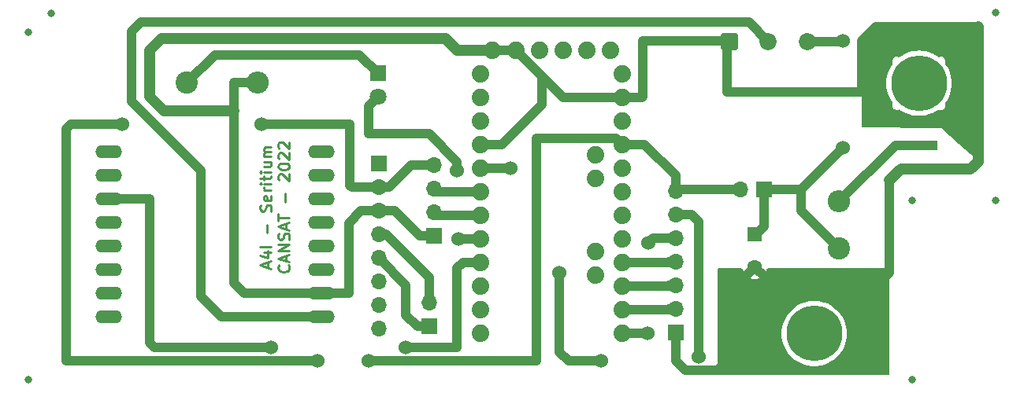
<source format=gbr>
%TF.GenerationSoftware,KiCad,Pcbnew,6.0.4-6f826c9f35~116~ubuntu20.04.1*%
%TF.CreationDate,2022-04-01T16:54:59+02:00*%
%TF.ProjectId,placaCANSAT_V3,706c6163-6143-4414-9e53-41545f56332e,rev?*%
%TF.SameCoordinates,Original*%
%TF.FileFunction,Copper,L2,Bot*%
%TF.FilePolarity,Positive*%
%FSLAX46Y46*%
G04 Gerber Fmt 4.6, Leading zero omitted, Abs format (unit mm)*
G04 Created by KiCad (PCBNEW 6.0.4-6f826c9f35~116~ubuntu20.04.1) date 2022-04-01 16:54:59*
%MOMM*%
%LPD*%
G01*
G04 APERTURE LIST*
G04 Aperture macros list*
%AMRoundRect*
0 Rectangle with rounded corners*
0 $1 Rounding radius*
0 $2 $3 $4 $5 $6 $7 $8 $9 X,Y pos of 4 corners*
0 Add a 4 corners polygon primitive as box body*
4,1,4,$2,$3,$4,$5,$6,$7,$8,$9,$2,$3,0*
0 Add four circle primitives for the rounded corners*
1,1,$1+$1,$2,$3*
1,1,$1+$1,$4,$5*
1,1,$1+$1,$6,$7*
1,1,$1+$1,$8,$9*
0 Add four rect primitives between the rounded corners*
20,1,$1+$1,$2,$3,$4,$5,0*
20,1,$1+$1,$4,$5,$6,$7,0*
20,1,$1+$1,$6,$7,$8,$9,0*
20,1,$1+$1,$8,$9,$2,$3,0*%
G04 Aperture macros list end*
%ADD10C,0.250000*%
%TA.AperFunction,NonConductor*%
%ADD11C,0.250000*%
%TD*%
%TA.AperFunction,ComponentPad*%
%ADD12R,1.800000X1.800000*%
%TD*%
%TA.AperFunction,ComponentPad*%
%ADD13C,1.800000*%
%TD*%
%TA.AperFunction,ComponentPad*%
%ADD14R,1.700000X1.700000*%
%TD*%
%TA.AperFunction,ComponentPad*%
%ADD15O,1.700000X1.700000*%
%TD*%
%TA.AperFunction,ComponentPad*%
%ADD16O,2.844800X1.422400*%
%TD*%
%TA.AperFunction,ComponentPad*%
%ADD17C,2.400000*%
%TD*%
%TA.AperFunction,ComponentPad*%
%ADD18O,2.400000X2.400000*%
%TD*%
%TA.AperFunction,ComponentPad*%
%ADD19R,1.600000X1.600000*%
%TD*%
%TA.AperFunction,ComponentPad*%
%ADD20C,1.600000*%
%TD*%
%TA.AperFunction,SMDPad,CuDef*%
%ADD21R,2.510000X1.000000*%
%TD*%
%TA.AperFunction,ComponentPad*%
%ADD22C,1.879600*%
%TD*%
%TA.AperFunction,ComponentPad*%
%ADD23RoundRect,0.250000X-0.675000X-0.675000X0.675000X-0.675000X0.675000X0.675000X-0.675000X0.675000X0*%
%TD*%
%TA.AperFunction,ComponentPad*%
%ADD24C,1.850000*%
%TD*%
%TA.AperFunction,ViaPad*%
%ADD25C,0.800000*%
%TD*%
%TA.AperFunction,ViaPad*%
%ADD26C,6.000000*%
%TD*%
%TA.AperFunction,ViaPad*%
%ADD27C,1.524000*%
%TD*%
%TA.AperFunction,Conductor*%
%ADD28C,1.000000*%
%TD*%
%TA.AperFunction,Conductor*%
%ADD29C,1.200000*%
%TD*%
G04 APERTURE END LIST*
D10*
D11*
X25797121Y-27413016D02*
X25797121Y-26841588D01*
X26139978Y-27527302D02*
X24939978Y-27127302D01*
X26139978Y-26727302D01*
X25339978Y-25813016D02*
X26139978Y-25813016D01*
X24882835Y-26098731D02*
X25739978Y-26384445D01*
X25739978Y-25641588D01*
X26139978Y-25184445D02*
X24939978Y-25184445D01*
X25682835Y-23698731D02*
X25682835Y-22784445D01*
X26082835Y-21355873D02*
X26139978Y-21184445D01*
X26139978Y-20898731D01*
X26082835Y-20784445D01*
X26025692Y-20727302D01*
X25911406Y-20670159D01*
X25797121Y-20670159D01*
X25682835Y-20727302D01*
X25625692Y-20784445D01*
X25568549Y-20898731D01*
X25511406Y-21127302D01*
X25454263Y-21241588D01*
X25397121Y-21298731D01*
X25282835Y-21355873D01*
X25168549Y-21355873D01*
X25054263Y-21298731D01*
X24997121Y-21241588D01*
X24939978Y-21127302D01*
X24939978Y-20841588D01*
X24997121Y-20670159D01*
X26082835Y-19698731D02*
X26139978Y-19813016D01*
X26139978Y-20041588D01*
X26082835Y-20155873D01*
X25968549Y-20213016D01*
X25511406Y-20213016D01*
X25397121Y-20155873D01*
X25339978Y-20041588D01*
X25339978Y-19813016D01*
X25397121Y-19698731D01*
X25511406Y-19641588D01*
X25625692Y-19641588D01*
X25739978Y-20213016D01*
X26139978Y-19127302D02*
X25339978Y-19127302D01*
X25568549Y-19127302D02*
X25454263Y-19070159D01*
X25397121Y-19013016D01*
X25339978Y-18898731D01*
X25339978Y-18784445D01*
X26139978Y-18384445D02*
X25339978Y-18384445D01*
X24939978Y-18384445D02*
X24997121Y-18441588D01*
X25054263Y-18384445D01*
X24997121Y-18327302D01*
X24939978Y-18384445D01*
X25054263Y-18384445D01*
X25339978Y-17984445D02*
X25339978Y-17527302D01*
X24939978Y-17813016D02*
X25968549Y-17813016D01*
X26082835Y-17755873D01*
X26139978Y-17641588D01*
X26139978Y-17527302D01*
X26139978Y-17127302D02*
X25339978Y-17127302D01*
X24939978Y-17127302D02*
X24997121Y-17184445D01*
X25054263Y-17127302D01*
X24997121Y-17070159D01*
X24939978Y-17127302D01*
X25054263Y-17127302D01*
X25339978Y-16041588D02*
X26139978Y-16041588D01*
X25339978Y-16555873D02*
X25968549Y-16555873D01*
X26082835Y-16498731D01*
X26139978Y-16384445D01*
X26139978Y-16213016D01*
X26082835Y-16098731D01*
X26025692Y-16041588D01*
X26139978Y-15470159D02*
X25339978Y-15470159D01*
X25454263Y-15470159D02*
X25397121Y-15413016D01*
X25339978Y-15298731D01*
X25339978Y-15127302D01*
X25397121Y-15013016D01*
X25511406Y-14955873D01*
X26139978Y-14955873D01*
X25511406Y-14955873D02*
X25397121Y-14898731D01*
X25339978Y-14784445D01*
X25339978Y-14613016D01*
X25397121Y-14498731D01*
X25511406Y-14441588D01*
X26139978Y-14441588D01*
X27957692Y-27155873D02*
X28014835Y-27213016D01*
X28071978Y-27384445D01*
X28071978Y-27498731D01*
X28014835Y-27670159D01*
X27900549Y-27784445D01*
X27786263Y-27841588D01*
X27557692Y-27898731D01*
X27386263Y-27898731D01*
X27157692Y-27841588D01*
X27043406Y-27784445D01*
X26929121Y-27670159D01*
X26871978Y-27498731D01*
X26871978Y-27384445D01*
X26929121Y-27213016D01*
X26986263Y-27155873D01*
X27729121Y-26698731D02*
X27729121Y-26127302D01*
X28071978Y-26813016D02*
X26871978Y-26413016D01*
X28071978Y-26013016D01*
X28071978Y-25613016D02*
X26871978Y-25613016D01*
X28071978Y-24927302D01*
X26871978Y-24927302D01*
X28014835Y-24413016D02*
X28071978Y-24241588D01*
X28071978Y-23955873D01*
X28014835Y-23841588D01*
X27957692Y-23784445D01*
X27843406Y-23727302D01*
X27729121Y-23727302D01*
X27614835Y-23784445D01*
X27557692Y-23841588D01*
X27500549Y-23955873D01*
X27443406Y-24184445D01*
X27386263Y-24298731D01*
X27329121Y-24355873D01*
X27214835Y-24413016D01*
X27100549Y-24413016D01*
X26986263Y-24355873D01*
X26929121Y-24298731D01*
X26871978Y-24184445D01*
X26871978Y-23898731D01*
X26929121Y-23727302D01*
X27729121Y-23270159D02*
X27729121Y-22698731D01*
X28071978Y-23384445D02*
X26871978Y-22984445D01*
X28071978Y-22584445D01*
X26871978Y-22355873D02*
X26871978Y-21670159D01*
X28071978Y-22013016D02*
X26871978Y-22013016D01*
X27614835Y-20355873D02*
X27614835Y-19441588D01*
X26986263Y-18013016D02*
X26929121Y-17955873D01*
X26871978Y-17841588D01*
X26871978Y-17555873D01*
X26929121Y-17441588D01*
X26986263Y-17384445D01*
X27100549Y-17327302D01*
X27214835Y-17327302D01*
X27386263Y-17384445D01*
X28071978Y-18070159D01*
X28071978Y-17327302D01*
X26871978Y-16584445D02*
X26871978Y-16470159D01*
X26929121Y-16355873D01*
X26986263Y-16298731D01*
X27100549Y-16241588D01*
X27329121Y-16184445D01*
X27614835Y-16184445D01*
X27843406Y-16241588D01*
X27957692Y-16298731D01*
X28014835Y-16355873D01*
X28071978Y-16470159D01*
X28071978Y-16584445D01*
X28014835Y-16698731D01*
X27957692Y-16755873D01*
X27843406Y-16813016D01*
X27614835Y-16870159D01*
X27329121Y-16870159D01*
X27100549Y-16813016D01*
X26986263Y-16755873D01*
X26929121Y-16698731D01*
X26871978Y-16584445D01*
X26986263Y-15727302D02*
X26929121Y-15670159D01*
X26871978Y-15555873D01*
X26871978Y-15270159D01*
X26929121Y-15155873D01*
X26986263Y-15098731D01*
X27100549Y-15041588D01*
X27214835Y-15041588D01*
X27386263Y-15098731D01*
X28071978Y-15784445D01*
X28071978Y-15041588D01*
X26986263Y-14584445D02*
X26929121Y-14527302D01*
X26871978Y-14413016D01*
X26871978Y-14127302D01*
X26929121Y-14013016D01*
X26986263Y-13955873D01*
X27100549Y-13898731D01*
X27214835Y-13898731D01*
X27386263Y-13955873D01*
X28071978Y-14641588D01*
X28071978Y-13898731D01*
D12*
%TO.P,D1,1,K*%
%TO.N,Net-(D1-Pad1)*%
X37600000Y-6500000D03*
D13*
%TO.P,D1,2,A*%
%TO.N,/LED*%
X37600000Y-9040000D03*
%TD*%
D14*
%TO.P,JP1,1,A*%
%TO.N,Net-(C1-Pad1)*%
X79100000Y-19000000D03*
D15*
%TO.P,JP1,2,B*%
%TO.N,3.3V*%
X76560000Y-19000000D03*
%TD*%
D16*
%TO.P,U2,P$1,5V*%
%TO.N,5V*%
X31560175Y-32680979D03*
%TO.P,U2,P$2,GND*%
%TO.N,GND*%
X31560175Y-30140979D03*
%TO.P,U2,P$3,IO12*%
%TO.N,unconnected-(U2-PadP$3)*%
X31560175Y-27600979D03*
%TO.P,U2,P$4,IO13*%
%TO.N,unconnected-(U2-PadP$4)*%
X31560175Y-25060979D03*
%TO.P,U2,P$5,IO15*%
%TO.N,unconnected-(U2-PadP$5)*%
X31560175Y-22520979D03*
%TO.P,U2,P$6,IO14*%
%TO.N,unconnected-(U2-PadP$6)*%
X31560175Y-19980979D03*
%TO.P,U2,P$7,IO2*%
%TO.N,unconnected-(U2-PadP$7)*%
X31560175Y-17440979D03*
%TO.P,U2,P$8,IO4*%
%TO.N,unconnected-(U2-PadP$8)*%
X31560175Y-14900979D03*
%TO.P,U2,P$9,.GND*%
%TO.N,unconnected-(U2-PadP$9)*%
X8700175Y-14900979D03*
%TO.P,U2,P$10,IO1/U0T*%
%TO.N,unconnected-(U2-PadP$10)*%
X8700175Y-17440979D03*
%TO.P,U2,P$11,IO3/U0R*%
%TO.N,/CAMARA*%
X8700175Y-19980979D03*
%TO.P,U2,P$12,3V3.*%
%TO.N,unconnected-(U2-PadP$12)*%
X8700175Y-22520979D03*
%TO.P,U2,P$13,GND.*%
%TO.N,unconnected-(U2-PadP$13)*%
X8700175Y-25060979D03*
%TO.P,U2,P$14,IO0*%
%TO.N,unconnected-(U2-PadP$14)*%
X8700175Y-27600979D03*
%TO.P,U2,P$15,IO16*%
%TO.N,unconnected-(U2-PadP$15)*%
X8700175Y-30140979D03*
%TO.P,U2,P$16,3V3*%
%TO.N,unconnected-(U2-PadP$16)*%
X8700175Y-32680979D03*
%TD*%
D17*
%TO.P,R1,1*%
%TO.N,Net-(D1-Pad1)*%
X17085000Y-7500000D03*
D18*
%TO.P,R1,2*%
%TO.N,GND*%
X24705000Y-7500000D03*
%TD*%
D14*
%TO.P,J4,1,Pin_1*%
%TO.N,/SDA_ACE*%
X43100000Y-33775000D03*
D15*
%TO.P,J4,2,Pin_2*%
%TO.N,/SCL_ACE*%
X43100000Y-31235000D03*
%TD*%
D19*
%TO.P,C1,1*%
%TO.N,Net-(C1-Pad1)*%
X78100000Y-23847349D03*
D20*
%TO.P,C1,2*%
%TO.N,GND*%
X78100000Y-27347349D03*
%TD*%
D17*
%TO.P,SW1,1,A*%
%TO.N,Net-(C1-Pad1)*%
X87169878Y-25366348D03*
D18*
%TO.P,SW1,2,B*%
%TO.N,3.7V*%
X87169878Y-20286348D03*
%TD*%
D21*
%TO.P,BAT1,1,+*%
%TO.N,3.7V*%
X96445000Y-14230000D03*
%TO.P,BAT1,2,-*%
%TO.N,GND*%
X99755000Y-16770000D03*
%TD*%
D14*
%TO.P,J2,1,Pin_1*%
%TO.N,GND*%
X69600000Y-34442476D03*
D15*
%TO.P,J2,2,Pin_2*%
%TO.N,/MOSI*%
X69600000Y-31902476D03*
%TO.P,J2,3,Pin_3*%
%TO.N,/MISO*%
X69600000Y-29362476D03*
%TO.P,J2,4,Pin_4*%
%TO.N,/SCK*%
X69600000Y-26822476D03*
%TO.P,J2,5,Pin_5*%
%TO.N,NSS*%
X69600000Y-24282476D03*
%TO.P,J2,6,Pin_6*%
%TO.N,DIO0*%
X69600000Y-21742476D03*
%TO.P,J2,7,Pin_7*%
%TO.N,3.3V*%
X69600000Y-19202476D03*
%TD*%
D14*
%TO.P,ACELEROMETRO,1,VCCIN*%
%TO.N,unconnected-(U3-Pad1)*%
X37680833Y-16234890D03*
D15*
%TO.P,ACELEROMETRO,2,3.3V*%
%TO.N,3.3V*%
X37680833Y-18774890D03*
%TO.P,ACELEROMETRO,3,GND*%
%TO.N,GND*%
X37680833Y-21314890D03*
%TO.P,ACELEROMETRO,4,SCL*%
%TO.N,/SCL_ACE*%
X37680833Y-23854890D03*
%TO.P,ACELEROMETRO,5,SDA*%
%TO.N,/SDA_ACE*%
X37680833Y-26394890D03*
%TO.P,ACELEROMETRO,6,FSYNC*%
%TO.N,unconnected-(U3-Pad6)*%
X37680833Y-28934890D03*
%TO.P,ACELEROMETRO,7,INTA*%
%TO.N,unconnected-(U3-Pad7)*%
X37680833Y-31474890D03*
%TO.P,ACELEROMETRO,8,DRDY*%
%TO.N,unconnected-(U3-Pad8)*%
X37680833Y-34014890D03*
%TD*%
D14*
%TO.P,GPS,1,GND*%
%TO.N,GND*%
X43600000Y-24040000D03*
D15*
%TO.P,GPS,2,TX*%
%TO.N,/GPS_TX*%
X43600000Y-21500000D03*
%TO.P,GPS,3,RX*%
%TO.N,/GPS_RX*%
X43600000Y-18960000D03*
%TO.P,GPS,4,VCC*%
%TO.N,3.3V*%
X43600000Y-16420000D03*
%TD*%
D22*
%TO.P,Arduino pro Mini,JP1_1,DTR*%
%TO.N,unconnected-(U1-PadJP1_1)*%
X62604119Y-4014597D03*
%TO.P,Arduino pro Mini,JP1_2,TXO*%
%TO.N,unconnected-(U1-PadJP1_2)*%
X60064119Y-4014597D03*
%TO.P,Arduino pro Mini,JP1_3,RXI*%
%TO.N,unconnected-(U1-PadJP1_3)*%
X57524119Y-4014597D03*
%TO.P,Arduino pro Mini,JP1_4,VCC*%
%TO.N,unconnected-(U1-PadJP1_4)*%
X54984119Y-4014597D03*
%TO.P,Arduino pro Mini,JP1_5,GND*%
%TO.N,GND*%
X52444119Y-4014597D03*
%TO.P,Arduino pro Mini,JP1_6,GND*%
X49904119Y-4014597D03*
%TO.P,Arduino pro Mini,JP2_1,A4*%
%TO.N,unconnected-(U1-PadJP2_1)*%
X60953119Y-17857597D03*
%TO.P,Arduino pro Mini,JP2_2,A5*%
%TO.N,unconnected-(U1-PadJP2_2)*%
X60953119Y-15317597D03*
%TO.P,Arduino pro Mini,JP3_1,A6*%
%TO.N,unconnected-(U1-PadJP3_1)*%
X60953119Y-28271597D03*
%TO.P,Arduino pro Mini,JP3_2,A7*%
%TO.N,unconnected-(U1-PadJP3_2)*%
X60953119Y-25731597D03*
%TO.P,Arduino pro Mini,JP6_1,RAW*%
%TO.N,unconnected-(U1-PadJP6_1)*%
X63874119Y-6554597D03*
%TO.P,Arduino pro Mini,JP6_2,GND_1*%
%TO.N,GND*%
X63874119Y-9094597D03*
%TO.P,Arduino pro Mini,JP6_3,RST_1*%
%TO.N,unconnected-(U1-PadJP6_3)*%
X63874119Y-11634597D03*
%TO.P,Arduino pro Mini,JP6_4,VCC_1*%
%TO.N,3.3V*%
X63874119Y-14174597D03*
%TO.P,Arduino pro Mini,JP6_5,A3*%
%TO.N,unconnected-(U1-PadJP6_5)*%
X63874119Y-16714597D03*
%TO.P,Arduino pro Mini,JP6_6,A2*%
%TO.N,unconnected-(U1-PadJP6_6)*%
X63874119Y-19254597D03*
%TO.P,Arduino pro Mini,JP6_7,A1*%
%TO.N,unconnected-(U1-PadJP6_7)*%
X63874119Y-21794597D03*
%TO.P,Arduino pro Mini,JP6_8,A0*%
%TO.N,unconnected-(U1-PadJP6_8)*%
X63874119Y-24334597D03*
%TO.P,Arduino pro Mini,JP6_9,SCK*%
%TO.N,/SCK*%
X63874119Y-26874597D03*
%TO.P,Arduino pro Mini,JP6_10,MISO*%
%TO.N,/MISO*%
X63874119Y-29414597D03*
%TO.P,Arduino pro Mini,JP6_11,MOSI*%
%TO.N,/MOSI*%
X63874119Y-31954597D03*
%TO.P,Arduino pro Mini,JP6_12,D10*%
%TO.N,NSS*%
X63874119Y-34494597D03*
%TO.P,Arduino pro Mini,JP7_1,D9*%
%TO.N,unconnected-(U1-PadJP7_1)*%
X48634119Y-34494597D03*
%TO.P,Arduino pro Mini,JP7_2,D8*%
%TO.N,unconnected-(U1-PadJP7_2)*%
X48634119Y-31954597D03*
%TO.P,Arduino pro Mini,JP7_3,D7*%
%TO.N,unconnected-(U1-PadJP7_3)*%
X48634119Y-29414597D03*
%TO.P,Arduino pro Mini,JP7_4,D6*%
%TO.N,/CAMARA*%
X48634119Y-26874597D03*
%TO.P,Arduino pro Mini,JP7_5,D5*%
%TO.N,/LED*%
X48634119Y-24334597D03*
%TO.P,Arduino pro Mini,JP7_6,D4*%
%TO.N,/GPS_TX*%
X48634119Y-21794597D03*
%TO.P,Arduino pro Mini,JP7_7,D3*%
%TO.N,/GPS_RX*%
X48634119Y-19254597D03*
%TO.P,Arduino pro Mini,JP7_8,D2*%
%TO.N,DIO0*%
X48634119Y-16714597D03*
%TO.P,Arduino pro Mini,JP7_9,GND_2*%
%TO.N,GND*%
X48634119Y-14174597D03*
%TO.P,Arduino pro Mini,JP7_10,RST_2*%
%TO.N,unconnected-(U1-PadJP7_10)*%
X48634119Y-11634597D03*
%TO.P,Arduino pro Mini,JP7_11,RXI_2*%
%TO.N,unconnected-(U1-PadJP7_11)*%
X48634119Y-9094597D03*
%TO.P,Arduino pro Mini,JP7_12,TXO_2*%
%TO.N,unconnected-(U1-PadJP7_12)*%
X48634119Y-6554597D03*
%TD*%
D23*
%TO.P,Carg1,1,Pin_1*%
%TO.N,GND*%
X75346624Y-3091166D03*
D24*
%TO.P,Carg1,2,Pin_2*%
%TO.N,5V*%
X79546624Y-3091166D03*
%TO.P,Carg1,3,Pin_3*%
%TO.N,Net-(C1-Pad1)*%
X83746624Y-3091166D03*
%TD*%
D25*
%TO.N,*%
X2448493Y2549D03*
X95038554Y-39513053D03*
X94990328Y-20168303D03*
X104032829Y-20154907D03*
X0Y-2040000D03*
X104006037Y17734D03*
D26*
X95750000Y-7570000D03*
X84500000Y-34530000D03*
D25*
X0Y-39523120D03*
D27*
%TO.N,Net-(C1-Pad1)*%
X87600000Y-3000000D03*
X87600000Y-14500000D03*
%TO.N,/LED*%
X46265403Y-24334597D03*
X46100000Y-17000000D03*
%TO.N,/CAMARA*%
X40600000Y-36000000D03*
X26100000Y-36000000D03*
%TO.N,3.3V*%
X36600000Y-37500000D03*
X10100000Y-12000000D03*
X25100000Y-12000000D03*
X31100000Y-37500000D03*
%TO.N,NSS*%
X66594597Y-34494597D03*
X66645075Y-24781242D03*
%TO.N,DIO0*%
X57100000Y-28000000D03*
X72100000Y-37000000D03*
X51814597Y-16714597D03*
X61600000Y-37500000D03*
%TD*%
D28*
%TO.N,Net-(C1-Pad1)*%
X79100000Y-19000000D02*
X83100000Y-19000000D01*
X78100000Y-23847349D02*
X78252651Y-23847349D01*
X87169878Y-25366348D02*
X83100000Y-21296470D01*
X83746624Y-3091166D02*
X87508834Y-3091166D01*
X78252651Y-23847349D02*
X79100000Y-23000000D01*
X83100000Y-19000000D02*
X87600000Y-14500000D01*
X79100000Y-23000000D02*
X79100000Y-19000000D01*
X83100000Y-21296470D02*
X83100000Y-19000000D01*
X87508834Y-3091166D02*
X87600000Y-3000000D01*
%TO.N,3.7V*%
X93226226Y-14230000D02*
X87169878Y-20286348D01*
X96445000Y-14230000D02*
X93226226Y-14230000D01*
%TO.N,Net-(D1-Pad1)*%
X35600000Y-4500000D02*
X20085000Y-4500000D01*
X37600000Y-6500000D02*
X35600000Y-4500000D01*
X20085000Y-4500000D02*
X17085000Y-7500000D01*
%TO.N,GND*%
X57524119Y-9094597D02*
X55264761Y-6835239D01*
X74100000Y-38500000D02*
X70600000Y-38500000D01*
X37680833Y-21314890D02*
X39414890Y-21314890D01*
D29*
X13100000Y-9000000D02*
X14600000Y-10500000D01*
D28*
X22165000Y-29065000D02*
X22165000Y-10435000D01*
X75346624Y-3091166D02*
X75100000Y-3337790D01*
X55264761Y-6835239D02*
X52444119Y-4014597D01*
D29*
X14333834Y-2766166D02*
X13100000Y-4000000D01*
D28*
X34459021Y-30140979D02*
X31560175Y-30140979D01*
X74600000Y-38000000D02*
X74100000Y-38500000D01*
D29*
X93830000Y-16770000D02*
X92600000Y-18000000D01*
D28*
X48634119Y-14174597D02*
X50925403Y-14174597D01*
D29*
X102100000Y-16000000D02*
X102100000Y-1500000D01*
D28*
X89600000Y-3000000D02*
X89600000Y-8500000D01*
X63874119Y-9094597D02*
X66005403Y-9094597D01*
X39414890Y-21314890D02*
X42140000Y-24040000D01*
X23240979Y-30140979D02*
X22165000Y-29065000D01*
D29*
X101330000Y-16770000D02*
X102100000Y-16000000D01*
D28*
X22165000Y-10435000D02*
X22165000Y-7500000D01*
X92600000Y-28000000D02*
X92100000Y-28500000D01*
X66100000Y-9000000D02*
X66100000Y-3000000D01*
X91100000Y-1500000D02*
X89600000Y-3000000D01*
X69600000Y-37500000D02*
X69600000Y-34442476D01*
X55264761Y-9835239D02*
X55264761Y-6835239D01*
X42140000Y-24040000D02*
X43600000Y-24040000D01*
X89600000Y-8500000D02*
X75100000Y-8500000D01*
X22100000Y-10500000D02*
X22165000Y-10435000D01*
X75100000Y-3337790D02*
X75100000Y-8500000D01*
X102100000Y-1500000D02*
X91100000Y-1500000D01*
X92600000Y-18000000D02*
X92600000Y-28000000D01*
D29*
X99755000Y-16770000D02*
X101330000Y-16770000D01*
D28*
X79252651Y-28500000D02*
X78100000Y-27347349D01*
X37680833Y-21314890D02*
X35785110Y-21314890D01*
D29*
X19165000Y-10500000D02*
X22100000Y-10500000D01*
D28*
X92100000Y-28500000D02*
X79252651Y-28500000D01*
X35785110Y-21314890D02*
X34459021Y-22640979D01*
X49904119Y-4014597D02*
X52444119Y-4014597D01*
X70600000Y-38500000D02*
X69600000Y-37500000D01*
D29*
X46114597Y-4014597D02*
X44866166Y-2766166D01*
D28*
X31560175Y-30140979D02*
X23240979Y-30140979D01*
D29*
X14600000Y-10500000D02*
X19165000Y-10500000D01*
D28*
X34459021Y-22640979D02*
X34459021Y-30140979D01*
X66100000Y-3000000D02*
X75255458Y-3000000D01*
X78100000Y-27347349D02*
X74600000Y-30847349D01*
D29*
X13100000Y-4000000D02*
X13100000Y-9000000D01*
D28*
X75255458Y-3000000D02*
X75346624Y-3091166D01*
X63874119Y-9094597D02*
X57524119Y-9094597D01*
X66005403Y-9094597D02*
X66100000Y-9000000D01*
D29*
X99755000Y-16770000D02*
X93830000Y-16770000D01*
D28*
X74600000Y-30847349D02*
X74600000Y-38000000D01*
X50925403Y-14174597D02*
X55264761Y-9835239D01*
D29*
X44866166Y-2766166D02*
X14333834Y-2766166D01*
X49904119Y-4014597D02*
X46114597Y-4014597D01*
D28*
X24705000Y-7500000D02*
X22165000Y-7500000D01*
%TO.N,/LED*%
X48634119Y-24334597D02*
X46265403Y-24334597D01*
X43100000Y-13000000D02*
X36600000Y-13000000D01*
X37600000Y-9040000D02*
X36600000Y-10040000D01*
X46100000Y-16000000D02*
X43100000Y-13000000D01*
X36600000Y-10040000D02*
X36600000Y-13000000D01*
X46100000Y-17000000D02*
X46100000Y-16000000D01*
%TO.N,5V*%
X11100000Y-9500000D02*
X11100000Y-2000000D01*
X77455458Y-1000000D02*
X79546624Y-3091166D01*
X12100000Y-1000000D02*
X77455458Y-1000000D01*
X18600000Y-30500000D02*
X18600000Y-17000000D01*
X11100000Y-2000000D02*
X12100000Y-1000000D01*
X18600000Y-17000000D02*
X11100000Y-9500000D01*
X20780979Y-32680979D02*
X18600000Y-30500000D01*
X31560175Y-32680979D02*
X20780979Y-32680979D01*
%TO.N,/CAMARA*%
X46100000Y-27500000D02*
X46100000Y-36000000D01*
X8700175Y-19980979D02*
X9700175Y-19980979D01*
X13600000Y-36000000D02*
X26100000Y-36000000D01*
X9700175Y-19980979D02*
X9719196Y-20000000D01*
X46100000Y-36000000D02*
X40600000Y-36000000D01*
X13100000Y-20000000D02*
X13100000Y-35500000D01*
X9719196Y-20000000D02*
X13100000Y-20000000D01*
X48634119Y-26874597D02*
X46725403Y-26874597D01*
X46725403Y-26874597D02*
X46100000Y-27500000D01*
X13100000Y-35500000D02*
X13600000Y-36000000D01*
%TO.N,3.3V*%
X69802476Y-19000000D02*
X69600000Y-19202476D01*
X54600000Y-37500000D02*
X36600000Y-37500000D01*
X37680833Y-18774890D02*
X34825110Y-18774890D01*
X34600000Y-12000000D02*
X25100000Y-12000000D01*
X76560000Y-19000000D02*
X69802476Y-19000000D01*
X4100000Y-12500000D02*
X4600000Y-12000000D01*
X34600000Y-18549780D02*
X34600000Y-12000000D01*
X43600000Y-16420000D02*
X41180000Y-16420000D01*
X4100000Y-37500000D02*
X4100000Y-12500000D01*
X63874119Y-14174597D02*
X63199522Y-13500000D01*
X38825110Y-18774890D02*
X37680833Y-18774890D01*
X63199522Y-13500000D02*
X54600000Y-13500000D01*
X34825110Y-18774890D02*
X34600000Y-18549780D01*
X4600000Y-12000000D02*
X10100000Y-12000000D01*
X69600000Y-17500000D02*
X66274597Y-14174597D01*
X69600000Y-19202476D02*
X69600000Y-17500000D01*
X31100000Y-37500000D02*
X4100000Y-37500000D01*
X41180000Y-16420000D02*
X38825110Y-18774890D01*
X66274597Y-14174597D02*
X63874119Y-14174597D01*
X54600000Y-13500000D02*
X54600000Y-37500000D01*
%TO.N,/MOSI*%
X63874119Y-31954597D02*
X68775283Y-31954597D01*
X68775283Y-31954597D02*
X68827404Y-31902476D01*
%TO.N,/MISO*%
X68775283Y-29414597D02*
X68827404Y-29362476D01*
X63874119Y-29414597D02*
X68775283Y-29414597D01*
%TO.N,/SCK*%
X68775283Y-26874597D02*
X68827404Y-26822476D01*
X63874119Y-26874597D02*
X68775283Y-26874597D01*
%TO.N,NSS*%
X67143841Y-24282476D02*
X66645075Y-24781242D01*
X63874119Y-34494597D02*
X66594597Y-34494597D01*
X69600000Y-24282476D02*
X67143841Y-24282476D01*
%TO.N,DIO0*%
X57100000Y-28000000D02*
X57100000Y-36500000D01*
X72100000Y-22500000D02*
X72100000Y-37000000D01*
X69600000Y-21742476D02*
X71342476Y-21742476D01*
X58100000Y-37500000D02*
X61600000Y-37500000D01*
X57100000Y-36500000D02*
X58100000Y-37500000D01*
X48634119Y-16714597D02*
X51814597Y-16714597D01*
X71342476Y-21742476D02*
X72100000Y-22500000D01*
%TO.N,/GPS_RX*%
X48634119Y-19254597D02*
X43894597Y-19254597D01*
X43894597Y-19254597D02*
X43600000Y-18960000D01*
%TO.N,/GPS_TX*%
X43894597Y-21794597D02*
X43600000Y-21500000D01*
X48634119Y-21794597D02*
X43894597Y-21794597D01*
%TO.N,/SCL_ACE*%
X37680833Y-23854890D02*
X38454890Y-23854890D01*
X38454890Y-23854890D02*
X43100000Y-28500000D01*
X43100000Y-28500000D02*
X43100000Y-31235000D01*
%TO.N,/SDA_ACE*%
X40600000Y-32550000D02*
X40600000Y-29314057D01*
X37680833Y-26394890D02*
X40600000Y-29314057D01*
X41825000Y-33775000D02*
X40600000Y-32550000D01*
X43100000Y-33775000D02*
X41825000Y-33775000D01*
%TD*%
%TA.AperFunction,Conductor*%
%TO.N,GND*%
G36*
X102042788Y-1520002D02*
G01*
X102089281Y-1573658D01*
X102100665Y-1625331D01*
X102113668Y-4076445D01*
X102175426Y-15717864D01*
X102155786Y-15786089D01*
X102102378Y-15832866D01*
X102032158Y-15843343D01*
X101965830Y-15812805D01*
X100000512Y-14069976D01*
X98113555Y-12396637D01*
X98113554Y-12396636D01*
X98100000Y-12384617D01*
X97787441Y-12383247D01*
X89713472Y-12347869D01*
X89645439Y-12327568D01*
X89599182Y-12273710D01*
X89588024Y-12221706D01*
X89589528Y-11063555D01*
X89594065Y-7570000D01*
X92236685Y-7570000D01*
X92255931Y-7937241D01*
X92313459Y-8300459D01*
X92408639Y-8655674D01*
X92540427Y-8998994D01*
X92707380Y-9326657D01*
X92709176Y-9329423D01*
X92709178Y-9329426D01*
X92905791Y-9632184D01*
X92926117Y-9700208D01*
X92918100Y-9745037D01*
X92891233Y-9816706D01*
X92880439Y-9961963D01*
X92910846Y-10104412D01*
X92915106Y-10112307D01*
X92915107Y-10112310D01*
X92973533Y-10220590D01*
X92980013Y-10232600D01*
X93030647Y-10283856D01*
X93076071Y-10329839D01*
X93076073Y-10329841D01*
X93082378Y-10336223D01*
X93090221Y-10340579D01*
X93090223Y-10340581D01*
X93200619Y-10401900D01*
X93209711Y-10406950D01*
X93266223Y-10419737D01*
X93343022Y-10437115D01*
X93343024Y-10437115D01*
X93351778Y-10439096D01*
X93404222Y-10435842D01*
X93488197Y-10430633D01*
X93488199Y-10430633D01*
X93497155Y-10430077D01*
X93576506Y-10401431D01*
X93647370Y-10397114D01*
X93687914Y-10414273D01*
X93990568Y-10610819D01*
X93990574Y-10610823D01*
X93993342Y-10612620D01*
X93996276Y-10614115D01*
X93996283Y-10614119D01*
X94318066Y-10778075D01*
X94321006Y-10779573D01*
X94664326Y-10911361D01*
X95019541Y-11006541D01*
X95212558Y-11037112D01*
X95379511Y-11063555D01*
X95379519Y-11063556D01*
X95382759Y-11064069D01*
X95750000Y-11083315D01*
X96117241Y-11064069D01*
X96120481Y-11063556D01*
X96120489Y-11063555D01*
X96287442Y-11037112D01*
X96480459Y-11006541D01*
X96835674Y-10911361D01*
X97178994Y-10779573D01*
X97181934Y-10778075D01*
X97503717Y-10614119D01*
X97503724Y-10614115D01*
X97506658Y-10612620D01*
X97509426Y-10610823D01*
X97509432Y-10610819D01*
X97812183Y-10414210D01*
X97880208Y-10393883D01*
X97925037Y-10401900D01*
X97958043Y-10414273D01*
X97996706Y-10428767D01*
X98005652Y-10429432D01*
X98005653Y-10429432D01*
X98090050Y-10435703D01*
X98141963Y-10439561D01*
X98150737Y-10437688D01*
X98150739Y-10437688D01*
X98275635Y-10411028D01*
X98275638Y-10411027D01*
X98284412Y-10409154D01*
X98292307Y-10404894D01*
X98292310Y-10404893D01*
X98404703Y-10344248D01*
X98412600Y-10339987D01*
X98463856Y-10289353D01*
X98509839Y-10243929D01*
X98509841Y-10243927D01*
X98516223Y-10237622D01*
X98520579Y-10229779D01*
X98520581Y-10229777D01*
X98582590Y-10118139D01*
X98582591Y-10118137D01*
X98586950Y-10110289D01*
X98619096Y-9968222D01*
X98610077Y-9822845D01*
X98581431Y-9743494D01*
X98577114Y-9672630D01*
X98594272Y-9632087D01*
X98790822Y-9329426D01*
X98790824Y-9329423D01*
X98792620Y-9326657D01*
X98959573Y-8998994D01*
X99091361Y-8655674D01*
X99186541Y-8300459D01*
X99244069Y-7937241D01*
X99263315Y-7570000D01*
X99244069Y-7202759D01*
X99186541Y-6839541D01*
X99091361Y-6484326D01*
X98959573Y-6141006D01*
X98792620Y-5813343D01*
X98594209Y-5507815D01*
X98573883Y-5439792D01*
X98581900Y-5394963D01*
X98605617Y-5331697D01*
X98605617Y-5331696D01*
X98608767Y-5323294D01*
X98619561Y-5178037D01*
X98589154Y-5035588D01*
X98584894Y-5027693D01*
X98584893Y-5027690D01*
X98524248Y-4915297D01*
X98519987Y-4907400D01*
X98469353Y-4856144D01*
X98423929Y-4810161D01*
X98423927Y-4810159D01*
X98417622Y-4803777D01*
X98409779Y-4799421D01*
X98409777Y-4799419D01*
X98298139Y-4737410D01*
X98298137Y-4737409D01*
X98290289Y-4733050D01*
X98233777Y-4720263D01*
X98156978Y-4702885D01*
X98156976Y-4702885D01*
X98148222Y-4700904D01*
X98095778Y-4704158D01*
X98011803Y-4709367D01*
X98011801Y-4709367D01*
X98002845Y-4709923D01*
X97923494Y-4738569D01*
X97852630Y-4742886D01*
X97812086Y-4725727D01*
X97509432Y-4529181D01*
X97509426Y-4529177D01*
X97506658Y-4527380D01*
X97503724Y-4525885D01*
X97503717Y-4525881D01*
X97181934Y-4361925D01*
X97178994Y-4360427D01*
X96835674Y-4228639D01*
X96480459Y-4133459D01*
X96287442Y-4102888D01*
X96120489Y-4076445D01*
X96120481Y-4076444D01*
X96117241Y-4075931D01*
X95750000Y-4056685D01*
X95382759Y-4075931D01*
X95379519Y-4076444D01*
X95379511Y-4076445D01*
X95212558Y-4102888D01*
X95019541Y-4133459D01*
X94664326Y-4228639D01*
X94321006Y-4360427D01*
X94318066Y-4361925D01*
X93996284Y-4525881D01*
X93996277Y-4525885D01*
X93993343Y-4527380D01*
X93990577Y-4529176D01*
X93990574Y-4529178D01*
X93893925Y-4591942D01*
X93687815Y-4725791D01*
X93619792Y-4746117D01*
X93574963Y-4738100D01*
X93511697Y-4714383D01*
X93511696Y-4714383D01*
X93503294Y-4711233D01*
X93494348Y-4710568D01*
X93494347Y-4710568D01*
X93383242Y-4702312D01*
X93358037Y-4700439D01*
X93349263Y-4702312D01*
X93349261Y-4702312D01*
X93224365Y-4728972D01*
X93224362Y-4728973D01*
X93215588Y-4730846D01*
X93207693Y-4735106D01*
X93207690Y-4735107D01*
X93099410Y-4793533D01*
X93087400Y-4800013D01*
X93036144Y-4850647D01*
X92990161Y-4896071D01*
X92990159Y-4896073D01*
X92983777Y-4902378D01*
X92979421Y-4910221D01*
X92979419Y-4910223D01*
X92976601Y-4915297D01*
X92913050Y-5029711D01*
X92880904Y-5171778D01*
X92889923Y-5317155D01*
X92892970Y-5325595D01*
X92918569Y-5396505D01*
X92922886Y-5467370D01*
X92905729Y-5507911D01*
X92707380Y-5813343D01*
X92540427Y-6141006D01*
X92408639Y-6484326D01*
X92313459Y-6839541D01*
X92255931Y-7202759D01*
X92236685Y-7570000D01*
X89594065Y-7570000D01*
X89599932Y-3052093D01*
X89620023Y-2984000D01*
X89636837Y-2963163D01*
X91063095Y-1536905D01*
X91125407Y-1502879D01*
X91152190Y-1500000D01*
X101974667Y-1500000D01*
X102042788Y-1520002D01*
G37*
%TD.AperFunction*%
%TD*%
%TA.AperFunction,Conductor*%
%TO.N,GND*%
G36*
X76758199Y-27520002D02*
G01*
X76804692Y-27573658D01*
X76811785Y-27593389D01*
X76864764Y-27791110D01*
X76868510Y-27801402D01*
X76960586Y-27998860D01*
X76966069Y-28008355D01*
X77002509Y-28060397D01*
X77012988Y-28068773D01*
X77026434Y-28061705D01*
X77588139Y-27500000D01*
X78611861Y-27500000D01*
X79174287Y-28062426D01*
X79186062Y-28068856D01*
X79198077Y-28059560D01*
X79233931Y-28008355D01*
X79239414Y-27998860D01*
X79331490Y-27801402D01*
X79335236Y-27791110D01*
X79388215Y-27593389D01*
X79425167Y-27532766D01*
X79489027Y-27501745D01*
X79509922Y-27500000D01*
X92474000Y-27500000D01*
X92542121Y-27520002D01*
X92588614Y-27573658D01*
X92600000Y-27626000D01*
X92600000Y-38874000D01*
X92579998Y-38942121D01*
X92526342Y-38988614D01*
X92474000Y-39000000D01*
X74226000Y-39000000D01*
X74157879Y-38979998D01*
X74111386Y-38926342D01*
X74100000Y-38874000D01*
X74100000Y-34530000D01*
X80986685Y-34530000D01*
X81005931Y-34897241D01*
X81063459Y-35260459D01*
X81158639Y-35615674D01*
X81290427Y-35958994D01*
X81457380Y-36286657D01*
X81657668Y-36595075D01*
X81889098Y-36880867D01*
X82149133Y-37140902D01*
X82434925Y-37372332D01*
X82743342Y-37572620D01*
X82746276Y-37574115D01*
X82746283Y-37574119D01*
X83068066Y-37738075D01*
X83071006Y-37739573D01*
X83414326Y-37871361D01*
X83769541Y-37966541D01*
X83962558Y-37997112D01*
X84129511Y-38023555D01*
X84129519Y-38023556D01*
X84132759Y-38024069D01*
X84500000Y-38043315D01*
X84867241Y-38024069D01*
X84870481Y-38023556D01*
X84870489Y-38023555D01*
X85037442Y-37997112D01*
X85230459Y-37966541D01*
X85585674Y-37871361D01*
X85928994Y-37739573D01*
X85931934Y-37738075D01*
X86253717Y-37574119D01*
X86253724Y-37574115D01*
X86256658Y-37572620D01*
X86565075Y-37372332D01*
X86850867Y-37140902D01*
X87110902Y-36880867D01*
X87342332Y-36595075D01*
X87542620Y-36286657D01*
X87709573Y-35958994D01*
X87841361Y-35615674D01*
X87936541Y-35260459D01*
X87994069Y-34897241D01*
X88013315Y-34530000D01*
X87994069Y-34162759D01*
X87936541Y-33799541D01*
X87841361Y-33444326D01*
X87709573Y-33101006D01*
X87542620Y-32773343D01*
X87342332Y-32464925D01*
X87110902Y-32179133D01*
X86850867Y-31919098D01*
X86565075Y-31687668D01*
X86256658Y-31487380D01*
X86253724Y-31485885D01*
X86253717Y-31485881D01*
X85931934Y-31321925D01*
X85928994Y-31320427D01*
X85585674Y-31188639D01*
X85230459Y-31093459D01*
X85037442Y-31062888D01*
X84870489Y-31036445D01*
X84870481Y-31036444D01*
X84867241Y-31035931D01*
X84500000Y-31016685D01*
X84132759Y-31035931D01*
X84129519Y-31036444D01*
X84129511Y-31036445D01*
X83962558Y-31062888D01*
X83769541Y-31093459D01*
X83414326Y-31188639D01*
X83071006Y-31320427D01*
X83068066Y-31321925D01*
X82746284Y-31485881D01*
X82746277Y-31485885D01*
X82743343Y-31487380D01*
X82434925Y-31687668D01*
X82149133Y-31919098D01*
X81889098Y-32179133D01*
X81657668Y-32464925D01*
X81457380Y-32773343D01*
X81290427Y-33101006D01*
X81158639Y-33444326D01*
X81063459Y-33799541D01*
X81005931Y-34162759D01*
X80986685Y-34530000D01*
X74100000Y-34530000D01*
X74100000Y-28433411D01*
X77378493Y-28433411D01*
X77387789Y-28445426D01*
X77438994Y-28481280D01*
X77448489Y-28486763D01*
X77645947Y-28578839D01*
X77656239Y-28582585D01*
X77866688Y-28638974D01*
X77877481Y-28640877D01*
X78094525Y-28659866D01*
X78105475Y-28659866D01*
X78322519Y-28640877D01*
X78333312Y-28638974D01*
X78543761Y-28582585D01*
X78554053Y-28578839D01*
X78751511Y-28486763D01*
X78761006Y-28481280D01*
X78813048Y-28444840D01*
X78821424Y-28434361D01*
X78814356Y-28420915D01*
X78112812Y-27719371D01*
X78098868Y-27711757D01*
X78097035Y-27711888D01*
X78090420Y-27716139D01*
X77384923Y-28421636D01*
X77378493Y-28433411D01*
X74100000Y-28433411D01*
X74100000Y-27626000D01*
X74120002Y-27557879D01*
X74173658Y-27511386D01*
X74226000Y-27500000D01*
X76690078Y-27500000D01*
X76758199Y-27520002D01*
G37*
%TD.AperFunction*%
%TD*%
M02*

</source>
